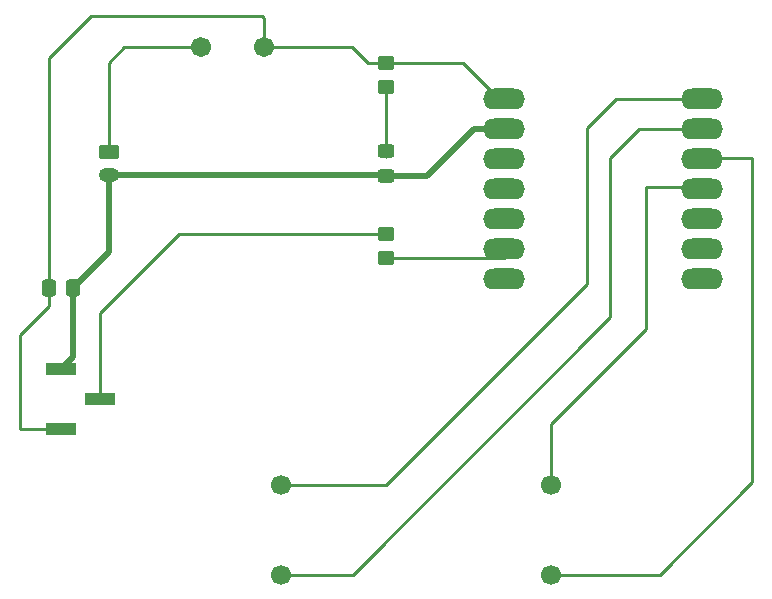
<source format=gbr>
%TF.GenerationSoftware,KiCad,Pcbnew,8.0.8*%
%TF.CreationDate,2025-02-28T02:08:50-08:00*%
%TF.ProjectId,jazmyn_hwsw,6a617a6d-796e-45f6-9877-73772e6b6963,rev?*%
%TF.SameCoordinates,Original*%
%TF.FileFunction,Copper,L1,Top*%
%TF.FilePolarity,Positive*%
%FSLAX46Y46*%
G04 Gerber Fmt 4.6, Leading zero omitted, Abs format (unit mm)*
G04 Created by KiCad (PCBNEW 8.0.8) date 2025-02-28 02:08:50*
%MOMM*%
%LPD*%
G01*
G04 APERTURE LIST*
G04 Aperture macros list*
%AMRoundRect*
0 Rectangle with rounded corners*
0 $1 Rounding radius*
0 $2 $3 $4 $5 $6 $7 $8 $9 X,Y pos of 4 corners*
0 Add a 4 corners polygon primitive as box body*
4,1,4,$2,$3,$4,$5,$6,$7,$8,$9,$2,$3,0*
0 Add four circle primitives for the rounded corners*
1,1,$1+$1,$2,$3*
1,1,$1+$1,$4,$5*
1,1,$1+$1,$6,$7*
1,1,$1+$1,$8,$9*
0 Add four rect primitives between the rounded corners*
20,1,$1+$1,$2,$3,$4,$5,0*
20,1,$1+$1,$4,$5,$6,$7,0*
20,1,$1+$1,$6,$7,$8,$9,0*
20,1,$1+$1,$8,$9,$2,$3,0*%
G04 Aperture macros list end*
%TA.AperFunction,ComponentPad*%
%ADD10C,1.701800*%
%TD*%
%TA.AperFunction,SMDPad,CuDef*%
%ADD11RoundRect,0.250000X0.450000X-0.325000X0.450000X0.325000X-0.450000X0.325000X-0.450000X-0.325000X0*%
%TD*%
%TA.AperFunction,SMDPad,CuDef*%
%ADD12RoundRect,0.250000X-0.337500X-0.475000X0.337500X-0.475000X0.337500X0.475000X-0.337500X0.475000X0*%
%TD*%
%TA.AperFunction,SMDPad,CuDef*%
%ADD13RoundRect,0.250000X-0.450000X0.350000X-0.450000X-0.350000X0.450000X-0.350000X0.450000X0.350000X0*%
%TD*%
%TA.AperFunction,SMDPad,CuDef*%
%ADD14R,2.510000X1.000000*%
%TD*%
%TA.AperFunction,ComponentPad*%
%ADD15RoundRect,0.250000X-0.625000X0.350000X-0.625000X-0.350000X0.625000X-0.350000X0.625000X0.350000X0*%
%TD*%
%TA.AperFunction,ComponentPad*%
%ADD16O,1.750000X1.200000*%
%TD*%
%TA.AperFunction,ComponentPad*%
%ADD17O,3.556000X1.778000*%
%TD*%
%TA.AperFunction,ComponentPad*%
%ADD18C,1.700000*%
%TD*%
%TA.AperFunction,Conductor*%
%ADD19C,0.500000*%
%TD*%
%TA.AperFunction,Conductor*%
%ADD20C,0.254000*%
%TD*%
%TA.AperFunction,Conductor*%
%ADD21C,0.200000*%
%TD*%
G04 APERTURE END LIST*
D10*
%TO.P,U2,6,6*%
%TO.N,Net-(J1-Pin_1)*%
X118150000Y-66648150D03*
%TO.P,U2,1,1*%
%TO.N,Net-(BT1-+)*%
X112850000Y-66648150D03*
%TD*%
D11*
%TO.P,D1,2,A*%
%TO.N,Net-(D1-A)*%
X128500000Y-75475000D03*
%TO.P,D1,1,K*%
%TO.N,GND*%
X128500000Y-77525000D03*
%TD*%
D12*
%TO.P,C1,1*%
%TO.N,Net-(J1-Pin_1)*%
X99925000Y-87000000D03*
%TO.P,C1,2*%
%TO.N,GND*%
X102000000Y-87000000D03*
%TD*%
D13*
%TO.P,R1,2*%
%TO.N,Net-(D1-A)*%
X128500000Y-70000000D03*
%TO.P,R1,1*%
%TO.N,Net-(J1-Pin_1)*%
X128500000Y-68000000D03*
%TD*%
D14*
%TO.P,J1,3,Pin_3*%
%TO.N,GND*%
X101000000Y-93920000D03*
%TO.P,J1,2,Pin_2*%
%TO.N,Net-(J1-Pin_2)*%
X104310000Y-96460000D03*
%TO.P,J1,1,Pin_1*%
%TO.N,Net-(J1-Pin_1)*%
X101000000Y-99000000D03*
%TD*%
D15*
%TO.P,BT1,1,+*%
%TO.N,Net-(BT1-+)*%
X105050000Y-75500000D03*
D16*
%TO.P,BT1,2,-*%
%TO.N,GND*%
X105050000Y-77500000D03*
%TD*%
D13*
%TO.P,R2,1*%
%TO.N,Net-(J1-Pin_2)*%
X128500000Y-82500000D03*
%TO.P,R2,2*%
%TO.N,Net-(U1-GPIO7_A8_D8_SCK)*%
X128500000Y-84500000D03*
%TD*%
D17*
%TO.P,U1,1,GPIO1_A0_D0*%
%TO.N,Net-(U1-GPIO1_A0_D0)*%
X155262000Y-71050000D03*
%TO.P,U1,2,GPIO2_A1_D1*%
%TO.N,Net-(M1--)*%
X155262000Y-73590000D03*
%TO.P,U1,3,GPIO3_A2_D2*%
%TO.N,Net-(U1-GPIO3_A2_D2)*%
X155262000Y-76130000D03*
%TO.P,U1,4,GPIO4_A3_D3*%
%TO.N,Net-(U1-GPIO4_A3_D3)*%
X155262000Y-78670000D03*
%TO.P,U1,5,GPIO4_A3_D3_SDA*%
%TO.N,unconnected-(U1-GPIO4_A3_D3_SDA-Pad5)*%
X155262000Y-81210000D03*
%TO.P,U1,6,GPIO6_A5_D5_SCL*%
%TO.N,unconnected-(U1-GPIO6_A5_D5_SCL-Pad6)*%
X155262000Y-83750000D03*
%TO.P,U1,7,GPIO43_TX_D6*%
%TO.N,unconnected-(U1-GPIO43_TX_D6-Pad7)*%
X155262000Y-86290000D03*
%TO.P,U1,8,5V*%
%TO.N,Net-(J1-Pin_1)*%
X138498000Y-71050000D03*
%TO.P,U1,9,GND*%
%TO.N,GND*%
X138498000Y-73590000D03*
%TO.P,U1,10,3V3*%
%TO.N,unconnected-(U1-3V3-Pad10)*%
X138498000Y-76130000D03*
%TO.P,U1,11,GPIO9_A10_D10_COPI*%
%TO.N,unconnected-(U1-GPIO9_A10_D10_COPI-Pad11)*%
X138498000Y-78670000D03*
%TO.P,U1,12,GPIO8_A9_D9_CIPO*%
%TO.N,unconnected-(U1-GPIO8_A9_D9_CIPO-Pad12)*%
X138498000Y-81210000D03*
%TO.P,U1,13,GPIO7_A8_D8_SCK*%
%TO.N,Net-(U1-GPIO7_A8_D8_SCK)*%
X138498000Y-83750000D03*
%TO.P,U1,14,GPIO44_D7_RX*%
%TO.N,unconnected-(U1-GPIO44_D7_RX-Pad14)*%
X138498000Y-86290000D03*
%TD*%
D18*
%TO.P,M1,1*%
%TO.N,Net-(U1-GPIO1_A0_D0)*%
X119570000Y-103690000D03*
%TO.P,M1,2,-*%
%TO.N,Net-(M1--)*%
X119570000Y-111310000D03*
%TO.P,M1,3*%
%TO.N,Net-(U1-GPIO3_A2_D2)*%
X142430000Y-111310000D03*
%TO.P,M1,4*%
%TO.N,Net-(U1-GPIO4_A3_D3)*%
X142430000Y-103690000D03*
%TD*%
D19*
%TO.N,GND*%
X105050000Y-77500000D02*
X105050000Y-83950000D01*
X105050000Y-83950000D02*
X102000000Y-87000000D01*
D20*
%TO.N,Net-(J1-Pin_2)*%
X128500000Y-82500000D02*
X111000000Y-82500000D01*
X111000000Y-82500000D02*
X104310000Y-89190000D01*
X104310000Y-89190000D02*
X104310000Y-96460000D01*
%TO.N,Net-(U1-GPIO7_A8_D8_SCK)*%
X139260000Y-83750000D02*
X138510000Y-84500000D01*
X138510000Y-84500000D02*
X128500000Y-84500000D01*
D19*
%TO.N,GND*%
X105050000Y-77500000D02*
X128475000Y-77500000D01*
X128475000Y-77500000D02*
X128500000Y-77525000D01*
X139260000Y-73590000D02*
X135910000Y-73590000D01*
X135910000Y-73590000D02*
X131975000Y-77525000D01*
X131975000Y-77525000D02*
X128500000Y-77525000D01*
D20*
%TO.N,Net-(D1-A)*%
X128500000Y-70000000D02*
X128500000Y-75975000D01*
D19*
%TO.N,GND*%
X102000000Y-87000000D02*
X102000000Y-92920000D01*
X102000000Y-92920000D02*
X101000000Y-93920000D01*
D20*
%TO.N,Net-(J1-Pin_1)*%
X97500000Y-91000000D02*
X97500000Y-99000000D01*
X99925000Y-87000000D02*
X99925000Y-88575000D01*
X99925000Y-88575000D02*
X97500000Y-91000000D01*
X97500000Y-99000000D02*
X101000000Y-99000000D01*
%TO.N,Net-(BT1-+)*%
X112850000Y-66648150D02*
X106351850Y-66648150D01*
X106351850Y-66648150D02*
X105050000Y-67950000D01*
X105050000Y-67950000D02*
X105050000Y-75500000D01*
%TO.N,Net-(J1-Pin_1)*%
X118150000Y-66648150D02*
X118150000Y-64150000D01*
X118150000Y-64150000D02*
X118000000Y-64000000D01*
X118000000Y-64000000D02*
X103500000Y-64000000D01*
X103500000Y-64000000D02*
X99925000Y-67575000D01*
X99925000Y-67575000D02*
X99925000Y-87000000D01*
X128500000Y-68000000D02*
X127000000Y-68000000D01*
X125648150Y-66648150D02*
X118150000Y-66648150D01*
X127000000Y-68000000D02*
X125648150Y-66648150D01*
X138050000Y-71050000D02*
X135000000Y-68000000D01*
X139260000Y-71050000D02*
X138050000Y-71050000D01*
X135000000Y-68000000D02*
X128500000Y-68000000D01*
D19*
%TO.N,GND*%
X139260000Y-73590000D02*
X138825000Y-74025000D01*
X100960000Y-93960000D02*
X101000000Y-93920000D01*
X101000000Y-93920000D02*
X100990000Y-93910000D01*
D20*
%TO.N,Net-(U1-GPIO1_A0_D0)*%
X145500000Y-73500000D02*
X145500000Y-86657304D01*
X154450000Y-71000000D02*
X148000000Y-71000000D01*
X145500000Y-86657304D02*
X128467304Y-103690000D01*
X154500000Y-71050000D02*
X154450000Y-71000000D01*
X148000000Y-71000000D02*
X145500000Y-73500000D01*
X128467304Y-103690000D02*
X119570000Y-103690000D01*
%TO.N,Net-(M1--)*%
X147500000Y-89500000D02*
X125690000Y-111310000D01*
X149910000Y-73590000D02*
X147500000Y-76000000D01*
X154500000Y-73590000D02*
X149910000Y-73590000D01*
X147500000Y-76000000D02*
X147500000Y-89500000D01*
X125690000Y-111310000D02*
X119570000Y-111310000D01*
%TO.N,Net-(U1-GPIO3_A2_D2)*%
X154630000Y-76000000D02*
X154500000Y-76130000D01*
X151690000Y-111310000D02*
X159500000Y-103500000D01*
X159500000Y-76000000D02*
X154630000Y-76000000D01*
X159500000Y-103500000D02*
X159500000Y-76000000D01*
X142430000Y-111310000D02*
X151690000Y-111310000D01*
%TO.N,Net-(U1-GPIO4_A3_D3)*%
X150500000Y-90500000D02*
X150500000Y-78500000D01*
X142430000Y-103690000D02*
X142430000Y-98570000D01*
X150500000Y-78500000D02*
X154330000Y-78500000D01*
X154330000Y-78500000D02*
X154500000Y-78670000D01*
D21*
X154670000Y-78500000D02*
X154500000Y-78670000D01*
D20*
X142430000Y-98570000D02*
X150500000Y-90500000D01*
%TD*%
M02*

</source>
